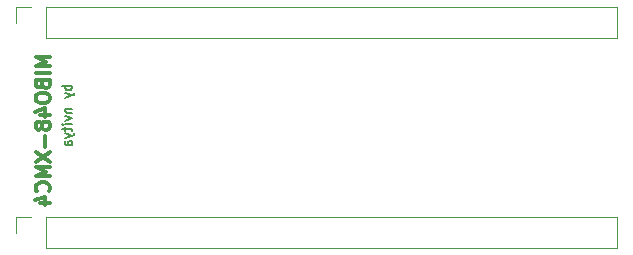
<source format=gbo>
G04 #@! TF.GenerationSoftware,KiCad,Pcbnew,(5.0.2)-1*
G04 #@! TF.CreationDate,2019-03-28T08:34:28+01:00*
G04 #@! TF.ProjectId,mibo48_xmc4,6d69626f-3438-45f7-986d-63342e6b6963,rev?*
G04 #@! TF.SameCoordinates,PX7a53eb0PY5ad6650*
G04 #@! TF.FileFunction,Legend,Bot*
G04 #@! TF.FilePolarity,Positive*
%FSLAX46Y46*%
G04 Gerber Fmt 4.6, Leading zero omitted, Abs format (unit mm)*
G04 Created by KiCad (PCBNEW (5.0.2)-1) date 2019-03-28 08:34:28*
%MOMM*%
%LPD*%
G01*
G04 APERTURE LIST*
%ADD10C,0.200000*%
%ADD11C,0.300000*%
%ADD12C,0.120000*%
G04 APERTURE END LIST*
D10*
X9759904Y-6610666D02*
X8959904Y-6610666D01*
X9264666Y-6610666D02*
X9226571Y-6686857D01*
X9226571Y-6839238D01*
X9264666Y-6915428D01*
X9302761Y-6953523D01*
X9378952Y-6991619D01*
X9607523Y-6991619D01*
X9683714Y-6953523D01*
X9721809Y-6915428D01*
X9759904Y-6839238D01*
X9759904Y-6686857D01*
X9721809Y-6610666D01*
X9226571Y-7258285D02*
X9759904Y-7448761D01*
X9226571Y-7639238D02*
X9759904Y-7448761D01*
X9950380Y-7372571D01*
X9988476Y-7334476D01*
X10026571Y-7258285D01*
X9226571Y-8553523D02*
X9759904Y-8553523D01*
X9302761Y-8553523D02*
X9264666Y-8591619D01*
X9226571Y-8667809D01*
X9226571Y-8782095D01*
X9264666Y-8858285D01*
X9340857Y-8896380D01*
X9759904Y-8896380D01*
X9226571Y-9201142D02*
X9759904Y-9391619D01*
X9226571Y-9582095D01*
X9759904Y-9886857D02*
X9226571Y-9886857D01*
X8959904Y-9886857D02*
X8998000Y-9848761D01*
X9036095Y-9886857D01*
X8998000Y-9924952D01*
X8959904Y-9886857D01*
X9036095Y-9886857D01*
X9226571Y-10153523D02*
X9226571Y-10458285D01*
X8959904Y-10267809D02*
X9645619Y-10267809D01*
X9721809Y-10305904D01*
X9759904Y-10382095D01*
X9759904Y-10458285D01*
X9226571Y-10648761D02*
X9759904Y-10839238D01*
X9226571Y-11029714D02*
X9759904Y-10839238D01*
X9950380Y-10763047D01*
X9988476Y-10724952D01*
X10026571Y-10648761D01*
X9759904Y-11677333D02*
X9340857Y-11677333D01*
X9264666Y-11639238D01*
X9226571Y-11563047D01*
X9226571Y-11410666D01*
X9264666Y-11334476D01*
X9721809Y-11677333D02*
X9759904Y-11601142D01*
X9759904Y-11410666D01*
X9721809Y-11334476D01*
X9645619Y-11296380D01*
X9569428Y-11296380D01*
X9493238Y-11334476D01*
X9455142Y-11410666D01*
X9455142Y-11601142D01*
X9417047Y-11677333D01*
D11*
X7908857Y-4185428D02*
X6708857Y-4185428D01*
X7566000Y-4585428D01*
X6708857Y-4985428D01*
X7908857Y-4985428D01*
X7908857Y-5556857D02*
X6708857Y-5556857D01*
X7280285Y-6528285D02*
X7337428Y-6699714D01*
X7394571Y-6756857D01*
X7508857Y-6814000D01*
X7680285Y-6814000D01*
X7794571Y-6756857D01*
X7851714Y-6699714D01*
X7908857Y-6585428D01*
X7908857Y-6128285D01*
X6708857Y-6128285D01*
X6708857Y-6528285D01*
X6766000Y-6642571D01*
X6823142Y-6699714D01*
X6937428Y-6756857D01*
X7051714Y-6756857D01*
X7166000Y-6699714D01*
X7223142Y-6642571D01*
X7280285Y-6528285D01*
X7280285Y-6128285D01*
X6708857Y-7556857D02*
X6708857Y-7785428D01*
X6766000Y-7899714D01*
X6880285Y-8014000D01*
X7108857Y-8071142D01*
X7508857Y-8071142D01*
X7737428Y-8014000D01*
X7851714Y-7899714D01*
X7908857Y-7785428D01*
X7908857Y-7556857D01*
X7851714Y-7442571D01*
X7737428Y-7328285D01*
X7508857Y-7271142D01*
X7108857Y-7271142D01*
X6880285Y-7328285D01*
X6766000Y-7442571D01*
X6708857Y-7556857D01*
X7108857Y-9099714D02*
X7908857Y-9099714D01*
X6651714Y-8814000D02*
X7508857Y-8528285D01*
X7508857Y-9271142D01*
X7223142Y-9899714D02*
X7166000Y-9785428D01*
X7108857Y-9728285D01*
X6994571Y-9671142D01*
X6937428Y-9671142D01*
X6823142Y-9728285D01*
X6766000Y-9785428D01*
X6708857Y-9899714D01*
X6708857Y-10128285D01*
X6766000Y-10242571D01*
X6823142Y-10299714D01*
X6937428Y-10356857D01*
X6994571Y-10356857D01*
X7108857Y-10299714D01*
X7166000Y-10242571D01*
X7223142Y-10128285D01*
X7223142Y-9899714D01*
X7280285Y-9785428D01*
X7337428Y-9728285D01*
X7451714Y-9671142D01*
X7680285Y-9671142D01*
X7794571Y-9728285D01*
X7851714Y-9785428D01*
X7908857Y-9899714D01*
X7908857Y-10128285D01*
X7851714Y-10242571D01*
X7794571Y-10299714D01*
X7680285Y-10356857D01*
X7451714Y-10356857D01*
X7337428Y-10299714D01*
X7280285Y-10242571D01*
X7223142Y-10128285D01*
X7451714Y-10871142D02*
X7451714Y-11785428D01*
X6708857Y-12242571D02*
X7908857Y-13042571D01*
X6708857Y-13042571D02*
X7908857Y-12242571D01*
X7908857Y-13499714D02*
X6708857Y-13499714D01*
X7566000Y-13899714D01*
X6708857Y-14299714D01*
X7908857Y-14299714D01*
X7794571Y-15556857D02*
X7851714Y-15499714D01*
X7908857Y-15328285D01*
X7908857Y-15214000D01*
X7851714Y-15042571D01*
X7737428Y-14928285D01*
X7623142Y-14871142D01*
X7394571Y-14814000D01*
X7223142Y-14814000D01*
X6994571Y-14871142D01*
X6880285Y-14928285D01*
X6766000Y-15042571D01*
X6708857Y-15214000D01*
X6708857Y-15328285D01*
X6766000Y-15499714D01*
X6823142Y-15556857D01*
X7108857Y-16585428D02*
X7908857Y-16585428D01*
X6651714Y-16299714D02*
X7508857Y-16014000D01*
X7508857Y-16756857D01*
D12*
G04 #@! TO.C,J2*
X5020000Y-17720000D02*
X5020000Y-19050000D01*
X6350000Y-17720000D02*
X5020000Y-17720000D01*
X7620000Y-17720000D02*
X7620000Y-20380000D01*
X7620000Y-20380000D02*
X55940000Y-20380000D01*
X7620000Y-17720000D02*
X55940000Y-17720000D01*
X55940000Y-17720000D02*
X55940000Y-20380000D01*
G04 #@! TO.C,J3*
X55940000Y60000D02*
X55940000Y-2600000D01*
X7620000Y60000D02*
X55940000Y60000D01*
X7620000Y-2600000D02*
X55940000Y-2600000D01*
X7620000Y60000D02*
X7620000Y-2600000D01*
X6350000Y60000D02*
X5020000Y60000D01*
X5020000Y60000D02*
X5020000Y-1270000D01*
G04 #@! TD*
M02*

</source>
